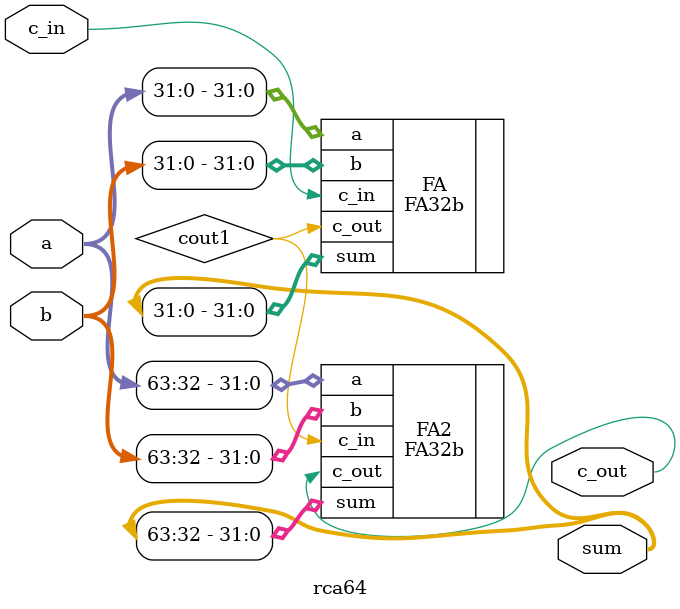
<source format=v>
`timescale 1ns / 1ps

//this is my ripple carry adder for the 64th bit by using 2 32 bit adder
module rca64(c_out, sum, a, b, c_in);
input[63:0]		a, b; //declare inputs a, b and c_in, 1 bit each
input       c_in;
output	c_out;
output[63:0]  sum; //declare outputs c_out and sum, 1 bit each

wire        cout1,cout2,cout3;
    	FA32b FA (
		.c_out(cout1), 
		.sum(sum[31:0]), 
		.a(a[31:0]), 
		.b(b[31:0]), 
		.c_in(c_in)
	);	
	FA32b FA2 (
		.c_out(c_out), 
		.sum(sum[63:32]), 
		.a(a[63:32]), 
		.b(b[63:32]), 
		.c_in(cout1)
	);	

endmodule

</source>
